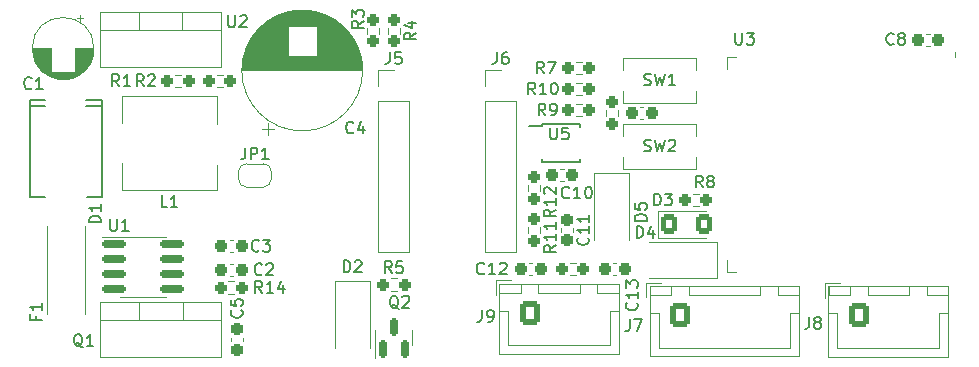
<source format=gto>
G04 #@! TF.GenerationSoftware,KiCad,Pcbnew,6.0.1-79c1e3a40b~116~ubuntu20.04.1*
G04 #@! TF.CreationDate,2022-01-24T19:15:43+00:00*
G04 #@! TF.ProjectId,batmon,6261746d-6f6e-42e6-9b69-6361645f7063,rev?*
G04 #@! TF.SameCoordinates,Original*
G04 #@! TF.FileFunction,Legend,Top*
G04 #@! TF.FilePolarity,Positive*
%FSLAX46Y46*%
G04 Gerber Fmt 4.6, Leading zero omitted, Abs format (unit mm)*
G04 Created by KiCad (PCBNEW 6.0.1-79c1e3a40b~116~ubuntu20.04.1) date 2022-01-24 19:15:43*
%MOMM*%
%LPD*%
G01*
G04 APERTURE LIST*
G04 Aperture macros list*
%AMRoundRect*
0 Rectangle with rounded corners*
0 $1 Rounding radius*
0 $2 $3 $4 $5 $6 $7 $8 $9 X,Y pos of 4 corners*
0 Add a 4 corners polygon primitive as box body*
4,1,4,$2,$3,$4,$5,$6,$7,$8,$9,$2,$3,0*
0 Add four circle primitives for the rounded corners*
1,1,$1+$1,$2,$3*
1,1,$1+$1,$4,$5*
1,1,$1+$1,$6,$7*
1,1,$1+$1,$8,$9*
0 Add four rect primitives between the rounded corners*
20,1,$1+$1,$2,$3,$4,$5,0*
20,1,$1+$1,$4,$5,$6,$7,0*
20,1,$1+$1,$6,$7,$8,$9,0*
20,1,$1+$1,$8,$9,$2,$3,0*%
%AMFreePoly0*
4,1,22,0.500000,-0.750000,0.000000,-0.750000,0.000000,-0.745033,-0.079941,-0.743568,-0.215256,-0.701293,-0.333266,-0.622738,-0.424486,-0.514219,-0.481581,-0.384460,-0.499164,-0.250000,-0.500000,-0.250000,-0.500000,0.250000,-0.499164,0.250000,-0.499963,0.256109,-0.478152,0.396186,-0.417904,0.524511,-0.324060,0.630769,-0.204165,0.706417,-0.067858,0.745374,0.000000,0.744959,0.000000,0.750000,
0.500000,0.750000,0.500000,-0.750000,0.500000,-0.750000,$1*%
%AMFreePoly1*
4,1,20,0.000000,0.744959,0.073905,0.744508,0.209726,0.703889,0.328688,0.626782,0.421226,0.519385,0.479903,0.390333,0.500000,0.250000,0.500000,-0.250000,0.499851,-0.262216,0.476331,-0.402017,0.414519,-0.529596,0.319384,-0.634700,0.198574,-0.708877,0.061801,-0.746166,0.000000,-0.745033,0.000000,-0.750000,-0.500000,-0.750000,-0.500000,0.750000,0.000000,0.750000,0.000000,0.744959,
0.000000,0.744959,$1*%
G04 Aperture macros list end*
%ADD10C,0.150000*%
%ADD11C,0.120000*%
%ADD12R,0.900000X2.000000*%
%ADD13R,2.000000X0.900000*%
%ADD14R,5.000000X5.000000*%
%ADD15RoundRect,0.237500X-0.250000X-0.237500X0.250000X-0.237500X0.250000X0.237500X-0.250000X0.237500X0*%
%ADD16RoundRect,0.237500X-0.237500X0.250000X-0.237500X-0.250000X0.237500X-0.250000X0.237500X0.250000X0*%
%ADD17RoundRect,0.237500X-0.300000X-0.237500X0.300000X-0.237500X0.300000X0.237500X-0.300000X0.237500X0*%
%ADD18RoundRect,0.250000X-0.600000X-0.725000X0.600000X-0.725000X0.600000X0.725000X-0.600000X0.725000X0*%
%ADD19O,1.700000X1.950000*%
%ADD20R,1.500000X2.700000*%
%ADD21RoundRect,0.150000X-0.825000X-0.150000X0.825000X-0.150000X0.825000X0.150000X-0.825000X0.150000X0*%
%ADD22R,1.700000X1.700000*%
%ADD23O,1.700000X1.700000*%
%ADD24R,2.700000X1.500000*%
%ADD25R,1.275000X1.800000*%
%ADD26O,1.275000X1.800000*%
%ADD27RoundRect,0.237500X-0.237500X0.300000X-0.237500X-0.300000X0.237500X-0.300000X0.237500X0.300000X0*%
%ADD28R,2.000000X2.000000*%
%ADD29C,2.000000*%
%ADD30RoundRect,0.237500X0.300000X0.237500X-0.300000X0.237500X-0.300000X-0.237500X0.300000X-0.237500X0*%
%ADD31C,6.400000*%
%ADD32R,1.800000X1.500000*%
%ADD33RoundRect,0.237500X0.237500X-0.250000X0.237500X0.250000X-0.237500X0.250000X-0.237500X-0.250000X0*%
%ADD34RoundRect,0.237500X0.237500X-0.300000X0.237500X0.300000X-0.237500X0.300000X-0.237500X-0.300000X0*%
%ADD35R,2.800000X3.000000*%
%ADD36R,1.100000X0.250000*%
%ADD37R,1.600000X1.600000*%
%ADD38C,1.600000*%
%ADD39R,3.000000X3.000000*%
%ADD40FreePoly0,0.000000*%
%ADD41FreePoly1,0.000000*%
%ADD42RoundRect,0.150000X0.150000X-0.587500X0.150000X0.587500X-0.150000X0.587500X-0.150000X-0.587500X0*%
%ADD43R,1.905000X2.000000*%
%ADD44O,1.905000X2.000000*%
%ADD45R,3.200000X3.500000*%
%ADD46RoundRect,0.237500X0.250000X0.237500X-0.250000X0.237500X-0.250000X-0.237500X0.250000X-0.237500X0*%
%ADD47RoundRect,0.250001X-0.462499X-0.624999X0.462499X-0.624999X0.462499X0.624999X-0.462499X0.624999X0*%
G04 APERTURE END LIST*
D10*
X232918095Y-103172380D02*
X232918095Y-103981904D01*
X232965714Y-104077142D01*
X233013333Y-104124761D01*
X233108571Y-104172380D01*
X233299047Y-104172380D01*
X233394285Y-104124761D01*
X233441904Y-104077142D01*
X233489523Y-103981904D01*
X233489523Y-103172380D01*
X233870476Y-103172380D02*
X234489523Y-103172380D01*
X234156190Y-103553333D01*
X234299047Y-103553333D01*
X234394285Y-103600952D01*
X234441904Y-103648571D01*
X234489523Y-103743809D01*
X234489523Y-103981904D01*
X234441904Y-104077142D01*
X234394285Y-104124761D01*
X234299047Y-104172380D01*
X234013333Y-104172380D01*
X233918095Y-104124761D01*
X233870476Y-104077142D01*
X180745833Y-107702380D02*
X180412500Y-107226190D01*
X180174404Y-107702380D02*
X180174404Y-106702380D01*
X180555357Y-106702380D01*
X180650595Y-106750000D01*
X180698214Y-106797619D01*
X180745833Y-106892857D01*
X180745833Y-107035714D01*
X180698214Y-107130952D01*
X180650595Y-107178571D01*
X180555357Y-107226190D01*
X180174404Y-107226190D01*
X181698214Y-107702380D02*
X181126785Y-107702380D01*
X181412500Y-107702380D02*
X181412500Y-106702380D01*
X181317261Y-106845238D01*
X181222023Y-106940476D01*
X181126785Y-106988095D01*
X201452380Y-102166666D02*
X200976190Y-102500000D01*
X201452380Y-102738095D02*
X200452380Y-102738095D01*
X200452380Y-102357142D01*
X200500000Y-102261904D01*
X200547619Y-102214285D01*
X200642857Y-102166666D01*
X200785714Y-102166666D01*
X200880952Y-102214285D01*
X200928571Y-102261904D01*
X200976190Y-102357142D01*
X200976190Y-102738095D01*
X200452380Y-101833333D02*
X200452380Y-101214285D01*
X200833333Y-101547619D01*
X200833333Y-101404761D01*
X200880952Y-101309523D01*
X200928571Y-101261904D01*
X201023809Y-101214285D01*
X201261904Y-101214285D01*
X201357142Y-101261904D01*
X201404761Y-101309523D01*
X201452380Y-101404761D01*
X201452380Y-101690476D01*
X201404761Y-101785714D01*
X201357142Y-101833333D01*
X246333333Y-104107142D02*
X246285714Y-104154761D01*
X246142857Y-104202380D01*
X246047619Y-104202380D01*
X245904761Y-104154761D01*
X245809523Y-104059523D01*
X245761904Y-103964285D01*
X245714285Y-103773809D01*
X245714285Y-103630952D01*
X245761904Y-103440476D01*
X245809523Y-103345238D01*
X245904761Y-103250000D01*
X246047619Y-103202380D01*
X246142857Y-103202380D01*
X246285714Y-103250000D01*
X246333333Y-103297619D01*
X246904761Y-103630952D02*
X246809523Y-103583333D01*
X246761904Y-103535714D01*
X246714285Y-103440476D01*
X246714285Y-103392857D01*
X246761904Y-103297619D01*
X246809523Y-103250000D01*
X246904761Y-103202380D01*
X247095238Y-103202380D01*
X247190476Y-103250000D01*
X247238095Y-103297619D01*
X247285714Y-103392857D01*
X247285714Y-103440476D01*
X247238095Y-103535714D01*
X247190476Y-103583333D01*
X247095238Y-103630952D01*
X246904761Y-103630952D01*
X246809523Y-103678571D01*
X246761904Y-103726190D01*
X246714285Y-103821428D01*
X246714285Y-104011904D01*
X246761904Y-104107142D01*
X246809523Y-104154761D01*
X246904761Y-104202380D01*
X247095238Y-104202380D01*
X247190476Y-104154761D01*
X247238095Y-104107142D01*
X247285714Y-104011904D01*
X247285714Y-103821428D01*
X247238095Y-103726190D01*
X247190476Y-103678571D01*
X247095238Y-103630952D01*
X211466666Y-126652380D02*
X211466666Y-127366666D01*
X211419047Y-127509523D01*
X211323809Y-127604761D01*
X211180952Y-127652380D01*
X211085714Y-127652380D01*
X211990476Y-127652380D02*
X212180952Y-127652380D01*
X212276190Y-127604761D01*
X212323809Y-127557142D01*
X212419047Y-127414285D01*
X212466666Y-127223809D01*
X212466666Y-126842857D01*
X212419047Y-126747619D01*
X212371428Y-126700000D01*
X212276190Y-126652380D01*
X212085714Y-126652380D01*
X211990476Y-126700000D01*
X211942857Y-126747619D01*
X211895238Y-126842857D01*
X211895238Y-127080952D01*
X211942857Y-127176190D01*
X211990476Y-127223809D01*
X212085714Y-127271428D01*
X212276190Y-127271428D01*
X212371428Y-127223809D01*
X212419047Y-127176190D01*
X212466666Y-127080952D01*
X216701333Y-106624380D02*
X216368000Y-106148190D01*
X216129904Y-106624380D02*
X216129904Y-105624380D01*
X216510857Y-105624380D01*
X216606095Y-105672000D01*
X216653714Y-105719619D01*
X216701333Y-105814857D01*
X216701333Y-105957714D01*
X216653714Y-106052952D01*
X216606095Y-106100571D01*
X216510857Y-106148190D01*
X216129904Y-106148190D01*
X217034666Y-105624380D02*
X217701333Y-105624380D01*
X217272761Y-106624380D01*
X224561904Y-120552380D02*
X224561904Y-119552380D01*
X224800000Y-119552380D01*
X224942857Y-119600000D01*
X225038095Y-119695238D01*
X225085714Y-119790476D01*
X225133333Y-119980952D01*
X225133333Y-120123809D01*
X225085714Y-120314285D01*
X225038095Y-120409523D01*
X224942857Y-120504761D01*
X224800000Y-120552380D01*
X224561904Y-120552380D01*
X225990476Y-119885714D02*
X225990476Y-120552380D01*
X225752380Y-119504761D02*
X225514285Y-120219047D01*
X226133333Y-120219047D01*
X179988095Y-118952380D02*
X179988095Y-119761904D01*
X180035714Y-119857142D01*
X180083333Y-119904761D01*
X180178571Y-119952380D01*
X180369047Y-119952380D01*
X180464285Y-119904761D01*
X180511904Y-119857142D01*
X180559523Y-119761904D01*
X180559523Y-118952380D01*
X181559523Y-119952380D02*
X180988095Y-119952380D01*
X181273809Y-119952380D02*
X181273809Y-118952380D01*
X181178571Y-119095238D01*
X181083333Y-119190476D01*
X180988095Y-119238095D01*
X212724666Y-104818380D02*
X212724666Y-105532666D01*
X212677047Y-105675523D01*
X212581809Y-105770761D01*
X212438952Y-105818380D01*
X212343714Y-105818380D01*
X213629428Y-104818380D02*
X213438952Y-104818380D01*
X213343714Y-104866000D01*
X213296095Y-104913619D01*
X213200857Y-105056476D01*
X213153238Y-105246952D01*
X213153238Y-105627904D01*
X213200857Y-105723142D01*
X213248476Y-105770761D01*
X213343714Y-105818380D01*
X213534190Y-105818380D01*
X213629428Y-105770761D01*
X213677047Y-105723142D01*
X213724666Y-105627904D01*
X213724666Y-105389809D01*
X213677047Y-105294571D01*
X213629428Y-105246952D01*
X213534190Y-105199333D01*
X213343714Y-105199333D01*
X213248476Y-105246952D01*
X213200857Y-105294571D01*
X213153238Y-105389809D01*
X225408380Y-119102095D02*
X224408380Y-119102095D01*
X224408380Y-118864000D01*
X224456000Y-118721142D01*
X224551238Y-118625904D01*
X224646476Y-118578285D01*
X224836952Y-118530666D01*
X224979809Y-118530666D01*
X225170285Y-118578285D01*
X225265523Y-118625904D01*
X225360761Y-118721142D01*
X225408380Y-118864000D01*
X225408380Y-119102095D01*
X224408380Y-117625904D02*
X224408380Y-118102095D01*
X224884571Y-118149714D01*
X224836952Y-118102095D01*
X224789333Y-118006857D01*
X224789333Y-117768761D01*
X224836952Y-117673523D01*
X224884571Y-117625904D01*
X224979809Y-117578285D01*
X225217904Y-117578285D01*
X225313142Y-117625904D01*
X225360761Y-117673523D01*
X225408380Y-117768761D01*
X225408380Y-118006857D01*
X225360761Y-118102095D01*
X225313142Y-118149714D01*
X189988095Y-101702380D02*
X189988095Y-102511904D01*
X190035714Y-102607142D01*
X190083333Y-102654761D01*
X190178571Y-102702380D01*
X190369047Y-102702380D01*
X190464285Y-102654761D01*
X190511904Y-102607142D01*
X190559523Y-102511904D01*
X190559523Y-101702380D01*
X190988095Y-101797619D02*
X191035714Y-101750000D01*
X191130952Y-101702380D01*
X191369047Y-101702380D01*
X191464285Y-101750000D01*
X191511904Y-101797619D01*
X191559523Y-101892857D01*
X191559523Y-101988095D01*
X191511904Y-102130952D01*
X190940476Y-102702380D01*
X191559523Y-102702380D01*
X220433142Y-120530857D02*
X220480761Y-120578476D01*
X220528380Y-120721333D01*
X220528380Y-120816571D01*
X220480761Y-120959428D01*
X220385523Y-121054666D01*
X220290285Y-121102285D01*
X220099809Y-121149904D01*
X219956952Y-121149904D01*
X219766476Y-121102285D01*
X219671238Y-121054666D01*
X219576000Y-120959428D01*
X219528380Y-120816571D01*
X219528380Y-120721333D01*
X219576000Y-120578476D01*
X219623619Y-120530857D01*
X220528380Y-119578476D02*
X220528380Y-120149904D01*
X220528380Y-119864190D02*
X219528380Y-119864190D01*
X219671238Y-119959428D01*
X219766476Y-120054666D01*
X219814095Y-120149904D01*
X220528380Y-118626095D02*
X220528380Y-119197523D01*
X220528380Y-118911809D02*
X219528380Y-118911809D01*
X219671238Y-119007047D01*
X219766476Y-119102285D01*
X219814095Y-119197523D01*
X200583333Y-111607142D02*
X200535714Y-111654761D01*
X200392857Y-111702380D01*
X200297619Y-111702380D01*
X200154761Y-111654761D01*
X200059523Y-111559523D01*
X200011904Y-111464285D01*
X199964285Y-111273809D01*
X199964285Y-111130952D01*
X200011904Y-110940476D01*
X200059523Y-110845238D01*
X200154761Y-110750000D01*
X200297619Y-110702380D01*
X200392857Y-110702380D01*
X200535714Y-110750000D01*
X200583333Y-110797619D01*
X201440476Y-111035714D02*
X201440476Y-111702380D01*
X201202380Y-110654761D02*
X200964285Y-111369047D01*
X201583333Y-111369047D01*
X217702380Y-118142857D02*
X217226190Y-118476190D01*
X217702380Y-118714285D02*
X216702380Y-118714285D01*
X216702380Y-118333333D01*
X216750000Y-118238095D01*
X216797619Y-118190476D01*
X216892857Y-118142857D01*
X217035714Y-118142857D01*
X217130952Y-118190476D01*
X217178571Y-118238095D01*
X217226190Y-118333333D01*
X217226190Y-118714285D01*
X217702380Y-117190476D02*
X217702380Y-117761904D01*
X217702380Y-117476190D02*
X216702380Y-117476190D01*
X216845238Y-117571428D01*
X216940476Y-117666666D01*
X216988095Y-117761904D01*
X216797619Y-116809523D02*
X216750000Y-116761904D01*
X216702380Y-116666666D01*
X216702380Y-116428571D01*
X216750000Y-116333333D01*
X216797619Y-116285714D01*
X216892857Y-116238095D01*
X216988095Y-116238095D01*
X217130952Y-116285714D01*
X217702380Y-116857142D01*
X217702380Y-116238095D01*
X192857142Y-125202380D02*
X192523809Y-124726190D01*
X192285714Y-125202380D02*
X192285714Y-124202380D01*
X192666666Y-124202380D01*
X192761904Y-124250000D01*
X192809523Y-124297619D01*
X192857142Y-124392857D01*
X192857142Y-124535714D01*
X192809523Y-124630952D01*
X192761904Y-124678571D01*
X192666666Y-124726190D01*
X192285714Y-124726190D01*
X193809523Y-125202380D02*
X193238095Y-125202380D01*
X193523809Y-125202380D02*
X193523809Y-124202380D01*
X193428571Y-124345238D01*
X193333333Y-124440476D01*
X193238095Y-124488095D01*
X194666666Y-124535714D02*
X194666666Y-125202380D01*
X194428571Y-124154761D02*
X194190476Y-124869047D01*
X194809523Y-124869047D01*
X218857142Y-117107142D02*
X218809523Y-117154761D01*
X218666666Y-117202380D01*
X218571428Y-117202380D01*
X218428571Y-117154761D01*
X218333333Y-117059523D01*
X218285714Y-116964285D01*
X218238095Y-116773809D01*
X218238095Y-116630952D01*
X218285714Y-116440476D01*
X218333333Y-116345238D01*
X218428571Y-116250000D01*
X218571428Y-116202380D01*
X218666666Y-116202380D01*
X218809523Y-116250000D01*
X218857142Y-116297619D01*
X219809523Y-117202380D02*
X219238095Y-117202380D01*
X219523809Y-117202380D02*
X219523809Y-116202380D01*
X219428571Y-116345238D01*
X219333333Y-116440476D01*
X219238095Y-116488095D01*
X220428571Y-116202380D02*
X220523809Y-116202380D01*
X220619047Y-116250000D01*
X220666666Y-116297619D01*
X220714285Y-116392857D01*
X220761904Y-116583333D01*
X220761904Y-116821428D01*
X220714285Y-117011904D01*
X220666666Y-117107142D01*
X220619047Y-117154761D01*
X220523809Y-117202380D01*
X220428571Y-117202380D01*
X220333333Y-117154761D01*
X220285714Y-117107142D01*
X220238095Y-117011904D01*
X220190476Y-116821428D01*
X220190476Y-116583333D01*
X220238095Y-116392857D01*
X220285714Y-116297619D01*
X220333333Y-116250000D01*
X220428571Y-116202380D01*
X225186666Y-107592761D02*
X225329523Y-107640380D01*
X225567619Y-107640380D01*
X225662857Y-107592761D01*
X225710476Y-107545142D01*
X225758095Y-107449904D01*
X225758095Y-107354666D01*
X225710476Y-107259428D01*
X225662857Y-107211809D01*
X225567619Y-107164190D01*
X225377142Y-107116571D01*
X225281904Y-107068952D01*
X225234285Y-107021333D01*
X225186666Y-106926095D01*
X225186666Y-106830857D01*
X225234285Y-106735619D01*
X225281904Y-106688000D01*
X225377142Y-106640380D01*
X225615238Y-106640380D01*
X225758095Y-106688000D01*
X226091428Y-106640380D02*
X226329523Y-107640380D01*
X226520000Y-106926095D01*
X226710476Y-107640380D01*
X226948571Y-106640380D01*
X227853333Y-107640380D02*
X227281904Y-107640380D01*
X227567619Y-107640380D02*
X227567619Y-106640380D01*
X227472380Y-106783238D01*
X227377142Y-106878476D01*
X227281904Y-106926095D01*
X191107142Y-126666666D02*
X191154761Y-126714285D01*
X191202380Y-126857142D01*
X191202380Y-126952380D01*
X191154761Y-127095238D01*
X191059523Y-127190476D01*
X190964285Y-127238095D01*
X190773809Y-127285714D01*
X190630952Y-127285714D01*
X190440476Y-127238095D01*
X190345238Y-127190476D01*
X190250000Y-127095238D01*
X190202380Y-126952380D01*
X190202380Y-126857142D01*
X190250000Y-126714285D01*
X190297619Y-126666666D01*
X190202380Y-125761904D02*
X190202380Y-126238095D01*
X190678571Y-126285714D01*
X190630952Y-126238095D01*
X190583333Y-126142857D01*
X190583333Y-125904761D01*
X190630952Y-125809523D01*
X190678571Y-125761904D01*
X190773809Y-125714285D01*
X191011904Y-125714285D01*
X191107142Y-125761904D01*
X191154761Y-125809523D01*
X191202380Y-125904761D01*
X191202380Y-126142857D01*
X191154761Y-126238095D01*
X191107142Y-126285714D01*
X173678571Y-127133333D02*
X173678571Y-127466666D01*
X174202380Y-127466666D02*
X173202380Y-127466666D01*
X173202380Y-126990476D01*
X174202380Y-126085714D02*
X174202380Y-126657142D01*
X174202380Y-126371428D02*
X173202380Y-126371428D01*
X173345238Y-126466666D01*
X173440476Y-126561904D01*
X173488095Y-126657142D01*
X203666666Y-104818380D02*
X203666666Y-105532666D01*
X203619047Y-105675523D01*
X203523809Y-105770761D01*
X203380952Y-105818380D01*
X203285714Y-105818380D01*
X204619047Y-104818380D02*
X204142857Y-104818380D01*
X204095238Y-105294571D01*
X204142857Y-105246952D01*
X204238095Y-105199333D01*
X204476190Y-105199333D01*
X204571428Y-105246952D01*
X204619047Y-105294571D01*
X204666666Y-105389809D01*
X204666666Y-105627904D01*
X204619047Y-105723142D01*
X204571428Y-105770761D01*
X204476190Y-105818380D01*
X204238095Y-105818380D01*
X204142857Y-105770761D01*
X204095238Y-105723142D01*
X217238095Y-111202380D02*
X217238095Y-112011904D01*
X217285714Y-112107142D01*
X217333333Y-112154761D01*
X217428571Y-112202380D01*
X217619047Y-112202380D01*
X217714285Y-112154761D01*
X217761904Y-112107142D01*
X217809523Y-112011904D01*
X217809523Y-111202380D01*
X218761904Y-111202380D02*
X218285714Y-111202380D01*
X218238095Y-111678571D01*
X218285714Y-111630952D01*
X218380952Y-111583333D01*
X218619047Y-111583333D01*
X218714285Y-111630952D01*
X218761904Y-111678571D01*
X218809523Y-111773809D01*
X218809523Y-112011904D01*
X218761904Y-112107142D01*
X218714285Y-112154761D01*
X218619047Y-112202380D01*
X218380952Y-112202380D01*
X218285714Y-112154761D01*
X218238095Y-112107142D01*
X225186666Y-113180761D02*
X225329523Y-113228380D01*
X225567619Y-113228380D01*
X225662857Y-113180761D01*
X225710476Y-113133142D01*
X225758095Y-113037904D01*
X225758095Y-112942666D01*
X225710476Y-112847428D01*
X225662857Y-112799809D01*
X225567619Y-112752190D01*
X225377142Y-112704571D01*
X225281904Y-112656952D01*
X225234285Y-112609333D01*
X225186666Y-112514095D01*
X225186666Y-112418857D01*
X225234285Y-112323619D01*
X225281904Y-112276000D01*
X225377142Y-112228380D01*
X225615238Y-112228380D01*
X225758095Y-112276000D01*
X226091428Y-112228380D02*
X226329523Y-113228380D01*
X226520000Y-112514095D01*
X226710476Y-113228380D01*
X226948571Y-112228380D01*
X227281904Y-112323619D02*
X227329523Y-112276000D01*
X227424761Y-112228380D01*
X227662857Y-112228380D01*
X227758095Y-112276000D01*
X227805714Y-112323619D01*
X227853333Y-112418857D01*
X227853333Y-112514095D01*
X227805714Y-112656952D01*
X227234285Y-113228380D01*
X227853333Y-113228380D01*
X173333333Y-107857142D02*
X173285714Y-107904761D01*
X173142857Y-107952380D01*
X173047619Y-107952380D01*
X172904761Y-107904761D01*
X172809523Y-107809523D01*
X172761904Y-107714285D01*
X172714285Y-107523809D01*
X172714285Y-107380952D01*
X172761904Y-107190476D01*
X172809523Y-107095238D01*
X172904761Y-107000000D01*
X173047619Y-106952380D01*
X173142857Y-106952380D01*
X173285714Y-107000000D01*
X173333333Y-107047619D01*
X174285714Y-107952380D02*
X173714285Y-107952380D01*
X174000000Y-107952380D02*
X174000000Y-106952380D01*
X173904761Y-107095238D01*
X173809523Y-107190476D01*
X173714285Y-107238095D01*
X223966666Y-127452380D02*
X223966666Y-128166666D01*
X223919047Y-128309523D01*
X223823809Y-128404761D01*
X223680952Y-128452380D01*
X223585714Y-128452380D01*
X224347619Y-127452380D02*
X225014285Y-127452380D01*
X224585714Y-128452380D01*
X192583333Y-121607142D02*
X192535714Y-121654761D01*
X192392857Y-121702380D01*
X192297619Y-121702380D01*
X192154761Y-121654761D01*
X192059523Y-121559523D01*
X192011904Y-121464285D01*
X191964285Y-121273809D01*
X191964285Y-121130952D01*
X192011904Y-120940476D01*
X192059523Y-120845238D01*
X192154761Y-120750000D01*
X192297619Y-120702380D01*
X192392857Y-120702380D01*
X192535714Y-120750000D01*
X192583333Y-120797619D01*
X192916666Y-120702380D02*
X193535714Y-120702380D01*
X193202380Y-121083333D01*
X193345238Y-121083333D01*
X193440476Y-121130952D01*
X193488095Y-121178571D01*
X193535714Y-121273809D01*
X193535714Y-121511904D01*
X193488095Y-121607142D01*
X193440476Y-121654761D01*
X193345238Y-121702380D01*
X193059523Y-121702380D01*
X192964285Y-121654761D01*
X192916666Y-121607142D01*
X205882380Y-103166666D02*
X205406190Y-103500000D01*
X205882380Y-103738095D02*
X204882380Y-103738095D01*
X204882380Y-103357142D01*
X204930000Y-103261904D01*
X204977619Y-103214285D01*
X205072857Y-103166666D01*
X205215714Y-103166666D01*
X205310952Y-103214285D01*
X205358571Y-103261904D01*
X205406190Y-103357142D01*
X205406190Y-103738095D01*
X205215714Y-102309523D02*
X205882380Y-102309523D01*
X204834761Y-102547619D02*
X205549047Y-102785714D01*
X205549047Y-102166666D01*
X182833333Y-107702380D02*
X182500000Y-107226190D01*
X182261904Y-107702380D02*
X182261904Y-106702380D01*
X182642857Y-106702380D01*
X182738095Y-106750000D01*
X182785714Y-106797619D01*
X182833333Y-106892857D01*
X182833333Y-107035714D01*
X182785714Y-107130952D01*
X182738095Y-107178571D01*
X182642857Y-107226190D01*
X182261904Y-107226190D01*
X183214285Y-106797619D02*
X183261904Y-106750000D01*
X183357142Y-106702380D01*
X183595238Y-106702380D01*
X183690476Y-106750000D01*
X183738095Y-106797619D01*
X183785714Y-106892857D01*
X183785714Y-106988095D01*
X183738095Y-107130952D01*
X183166666Y-107702380D01*
X183785714Y-107702380D01*
X217702380Y-121142857D02*
X217226190Y-121476190D01*
X217702380Y-121714285D02*
X216702380Y-121714285D01*
X216702380Y-121333333D01*
X216750000Y-121238095D01*
X216797619Y-121190476D01*
X216892857Y-121142857D01*
X217035714Y-121142857D01*
X217130952Y-121190476D01*
X217178571Y-121238095D01*
X217226190Y-121333333D01*
X217226190Y-121714285D01*
X217702380Y-120190476D02*
X217702380Y-120761904D01*
X217702380Y-120476190D02*
X216702380Y-120476190D01*
X216845238Y-120571428D01*
X216940476Y-120666666D01*
X216988095Y-120761904D01*
X217702380Y-119238095D02*
X217702380Y-119809523D01*
X217702380Y-119523809D02*
X216702380Y-119523809D01*
X216845238Y-119619047D01*
X216940476Y-119714285D01*
X216988095Y-119809523D01*
X184833333Y-117952380D02*
X184357142Y-117952380D01*
X184357142Y-116952380D01*
X185690476Y-117952380D02*
X185119047Y-117952380D01*
X185404761Y-117952380D02*
X185404761Y-116952380D01*
X185309523Y-117095238D01*
X185214285Y-117190476D01*
X185119047Y-117238095D01*
X191416666Y-112902380D02*
X191416666Y-113616666D01*
X191369047Y-113759523D01*
X191273809Y-113854761D01*
X191130952Y-113902380D01*
X191035714Y-113902380D01*
X191892857Y-113902380D02*
X191892857Y-112902380D01*
X192273809Y-112902380D01*
X192369047Y-112950000D01*
X192416666Y-112997619D01*
X192464285Y-113092857D01*
X192464285Y-113235714D01*
X192416666Y-113330952D01*
X192369047Y-113378571D01*
X192273809Y-113426190D01*
X191892857Y-113426190D01*
X193416666Y-113902380D02*
X192845238Y-113902380D01*
X193130952Y-113902380D02*
X193130952Y-112902380D01*
X193035714Y-113045238D01*
X192940476Y-113140476D01*
X192845238Y-113188095D01*
X215971142Y-108402380D02*
X215637809Y-107926190D01*
X215399714Y-108402380D02*
X215399714Y-107402380D01*
X215780666Y-107402380D01*
X215875904Y-107450000D01*
X215923523Y-107497619D01*
X215971142Y-107592857D01*
X215971142Y-107735714D01*
X215923523Y-107830952D01*
X215875904Y-107878571D01*
X215780666Y-107926190D01*
X215399714Y-107926190D01*
X216923523Y-108402380D02*
X216352095Y-108402380D01*
X216637809Y-108402380D02*
X216637809Y-107402380D01*
X216542571Y-107545238D01*
X216447333Y-107640476D01*
X216352095Y-107688095D01*
X217542571Y-107402380D02*
X217637809Y-107402380D01*
X217733047Y-107450000D01*
X217780666Y-107497619D01*
X217828285Y-107592857D01*
X217875904Y-107783333D01*
X217875904Y-108021428D01*
X217828285Y-108211904D01*
X217780666Y-108307142D01*
X217733047Y-108354761D01*
X217637809Y-108402380D01*
X217542571Y-108402380D01*
X217447333Y-108354761D01*
X217399714Y-108307142D01*
X217352095Y-108211904D01*
X217304476Y-108021428D01*
X217304476Y-107783333D01*
X217352095Y-107592857D01*
X217399714Y-107497619D01*
X217447333Y-107450000D01*
X217542571Y-107402380D01*
X204404761Y-126547619D02*
X204309523Y-126500000D01*
X204214285Y-126404761D01*
X204071428Y-126261904D01*
X203976190Y-126214285D01*
X203880952Y-126214285D01*
X203928571Y-126452380D02*
X203833333Y-126404761D01*
X203738095Y-126309523D01*
X203690476Y-126119047D01*
X203690476Y-125785714D01*
X203738095Y-125595238D01*
X203833333Y-125500000D01*
X203928571Y-125452380D01*
X204119047Y-125452380D01*
X204214285Y-125500000D01*
X204309523Y-125595238D01*
X204357142Y-125785714D01*
X204357142Y-126119047D01*
X204309523Y-126309523D01*
X204214285Y-126404761D01*
X204119047Y-126452380D01*
X203928571Y-126452380D01*
X204738095Y-125547619D02*
X204785714Y-125500000D01*
X204880952Y-125452380D01*
X205119047Y-125452380D01*
X205214285Y-125500000D01*
X205261904Y-125547619D01*
X205309523Y-125642857D01*
X205309523Y-125738095D01*
X205261904Y-125880952D01*
X204690476Y-126452380D01*
X205309523Y-126452380D01*
X203833333Y-123522380D02*
X203500000Y-123046190D01*
X203261904Y-123522380D02*
X203261904Y-122522380D01*
X203642857Y-122522380D01*
X203738095Y-122570000D01*
X203785714Y-122617619D01*
X203833333Y-122712857D01*
X203833333Y-122855714D01*
X203785714Y-122950952D01*
X203738095Y-122998571D01*
X203642857Y-123046190D01*
X203261904Y-123046190D01*
X204738095Y-122522380D02*
X204261904Y-122522380D01*
X204214285Y-122998571D01*
X204261904Y-122950952D01*
X204357142Y-122903333D01*
X204595238Y-122903333D01*
X204690476Y-122950952D01*
X204738095Y-122998571D01*
X204785714Y-123093809D01*
X204785714Y-123331904D01*
X204738095Y-123427142D01*
X204690476Y-123474761D01*
X204595238Y-123522380D01*
X204357142Y-123522380D01*
X204261904Y-123474761D01*
X204214285Y-123427142D01*
X177654761Y-129797619D02*
X177559523Y-129750000D01*
X177464285Y-129654761D01*
X177321428Y-129511904D01*
X177226190Y-129464285D01*
X177130952Y-129464285D01*
X177178571Y-129702380D02*
X177083333Y-129654761D01*
X176988095Y-129559523D01*
X176940476Y-129369047D01*
X176940476Y-129035714D01*
X176988095Y-128845238D01*
X177083333Y-128750000D01*
X177178571Y-128702380D01*
X177369047Y-128702380D01*
X177464285Y-128750000D01*
X177559523Y-128845238D01*
X177607142Y-129035714D01*
X177607142Y-129369047D01*
X177559523Y-129559523D01*
X177464285Y-129654761D01*
X177369047Y-129702380D01*
X177178571Y-129702380D01*
X178559523Y-129702380D02*
X177988095Y-129702380D01*
X178273809Y-129702380D02*
X178273809Y-128702380D01*
X178178571Y-128845238D01*
X178083333Y-128940476D01*
X177988095Y-128988095D01*
X179202380Y-119238095D02*
X178202380Y-119238095D01*
X178202380Y-119000000D01*
X178250000Y-118857142D01*
X178345238Y-118761904D01*
X178440476Y-118714285D01*
X178630952Y-118666666D01*
X178773809Y-118666666D01*
X178964285Y-118714285D01*
X179059523Y-118761904D01*
X179154761Y-118857142D01*
X179202380Y-119000000D01*
X179202380Y-119238095D01*
X179202380Y-117714285D02*
X179202380Y-118285714D01*
X179202380Y-118000000D02*
X178202380Y-118000000D01*
X178345238Y-118095238D01*
X178440476Y-118190476D01*
X178488095Y-118285714D01*
X216833333Y-110179656D02*
X216500000Y-109703466D01*
X216261904Y-110179656D02*
X216261904Y-109179656D01*
X216642857Y-109179656D01*
X216738095Y-109227276D01*
X216785714Y-109274895D01*
X216833333Y-109370133D01*
X216833333Y-109512990D01*
X216785714Y-109608228D01*
X216738095Y-109655847D01*
X216642857Y-109703466D01*
X216261904Y-109703466D01*
X217309523Y-110179656D02*
X217500000Y-110179656D01*
X217595238Y-110132037D01*
X217642857Y-110084418D01*
X217738095Y-109941561D01*
X217785714Y-109751085D01*
X217785714Y-109370133D01*
X217738095Y-109274895D01*
X217690476Y-109227276D01*
X217595238Y-109179656D01*
X217404761Y-109179656D01*
X217309523Y-109227276D01*
X217261904Y-109274895D01*
X217214285Y-109370133D01*
X217214285Y-109608228D01*
X217261904Y-109703466D01*
X217309523Y-109751085D01*
X217404761Y-109798704D01*
X217595238Y-109798704D01*
X217690476Y-109751085D01*
X217738095Y-109703466D01*
X217785714Y-109608228D01*
X192833333Y-123607142D02*
X192785714Y-123654761D01*
X192642857Y-123702380D01*
X192547619Y-123702380D01*
X192404761Y-123654761D01*
X192309523Y-123559523D01*
X192261904Y-123464285D01*
X192214285Y-123273809D01*
X192214285Y-123130952D01*
X192261904Y-122940476D01*
X192309523Y-122845238D01*
X192404761Y-122750000D01*
X192547619Y-122702380D01*
X192642857Y-122702380D01*
X192785714Y-122750000D01*
X192833333Y-122797619D01*
X193214285Y-122797619D02*
X193261904Y-122750000D01*
X193357142Y-122702380D01*
X193595238Y-122702380D01*
X193690476Y-122750000D01*
X193738095Y-122797619D01*
X193785714Y-122892857D01*
X193785714Y-122988095D01*
X193738095Y-123130952D01*
X193166666Y-123702380D01*
X193785714Y-123702380D01*
X224557142Y-126042857D02*
X224604761Y-126090476D01*
X224652380Y-126233333D01*
X224652380Y-126328571D01*
X224604761Y-126471428D01*
X224509523Y-126566666D01*
X224414285Y-126614285D01*
X224223809Y-126661904D01*
X224080952Y-126661904D01*
X223890476Y-126614285D01*
X223795238Y-126566666D01*
X223700000Y-126471428D01*
X223652380Y-126328571D01*
X223652380Y-126233333D01*
X223700000Y-126090476D01*
X223747619Y-126042857D01*
X224652380Y-125090476D02*
X224652380Y-125661904D01*
X224652380Y-125376190D02*
X223652380Y-125376190D01*
X223795238Y-125471428D01*
X223890476Y-125566666D01*
X223938095Y-125661904D01*
X223652380Y-124757142D02*
X223652380Y-124138095D01*
X224033333Y-124471428D01*
X224033333Y-124328571D01*
X224080952Y-124233333D01*
X224128571Y-124185714D01*
X224223809Y-124138095D01*
X224461904Y-124138095D01*
X224557142Y-124185714D01*
X224604761Y-124233333D01*
X224652380Y-124328571D01*
X224652380Y-124614285D01*
X224604761Y-124709523D01*
X224557142Y-124757142D01*
X199761904Y-123452380D02*
X199761904Y-122452380D01*
X200000000Y-122452380D01*
X200142857Y-122500000D01*
X200238095Y-122595238D01*
X200285714Y-122690476D01*
X200333333Y-122880952D01*
X200333333Y-123023809D01*
X200285714Y-123214285D01*
X200238095Y-123309523D01*
X200142857Y-123404761D01*
X200000000Y-123452380D01*
X199761904Y-123452380D01*
X200714285Y-122547619D02*
X200761904Y-122500000D01*
X200857142Y-122452380D01*
X201095238Y-122452380D01*
X201190476Y-122500000D01*
X201238095Y-122547619D01*
X201285714Y-122642857D01*
X201285714Y-122738095D01*
X201238095Y-122880952D01*
X200666666Y-123452380D01*
X201285714Y-123452380D01*
X239166666Y-127252380D02*
X239166666Y-127966666D01*
X239119047Y-128109523D01*
X239023809Y-128204761D01*
X238880952Y-128252380D01*
X238785714Y-128252380D01*
X239785714Y-127680952D02*
X239690476Y-127633333D01*
X239642857Y-127585714D01*
X239595238Y-127490476D01*
X239595238Y-127442857D01*
X239642857Y-127347619D01*
X239690476Y-127300000D01*
X239785714Y-127252380D01*
X239976190Y-127252380D01*
X240071428Y-127300000D01*
X240119047Y-127347619D01*
X240166666Y-127442857D01*
X240166666Y-127490476D01*
X240119047Y-127585714D01*
X240071428Y-127633333D01*
X239976190Y-127680952D01*
X239785714Y-127680952D01*
X239690476Y-127728571D01*
X239642857Y-127776190D01*
X239595238Y-127871428D01*
X239595238Y-128061904D01*
X239642857Y-128157142D01*
X239690476Y-128204761D01*
X239785714Y-128252380D01*
X239976190Y-128252380D01*
X240071428Y-128204761D01*
X240119047Y-128157142D01*
X240166666Y-128061904D01*
X240166666Y-127871428D01*
X240119047Y-127776190D01*
X240071428Y-127728571D01*
X239976190Y-127680952D01*
X211653142Y-123547142D02*
X211605523Y-123594761D01*
X211462666Y-123642380D01*
X211367428Y-123642380D01*
X211224571Y-123594761D01*
X211129333Y-123499523D01*
X211081714Y-123404285D01*
X211034095Y-123213809D01*
X211034095Y-123070952D01*
X211081714Y-122880476D01*
X211129333Y-122785238D01*
X211224571Y-122690000D01*
X211367428Y-122642380D01*
X211462666Y-122642380D01*
X211605523Y-122690000D01*
X211653142Y-122737619D01*
X212605523Y-123642380D02*
X212034095Y-123642380D01*
X212319809Y-123642380D02*
X212319809Y-122642380D01*
X212224571Y-122785238D01*
X212129333Y-122880476D01*
X212034095Y-122928095D01*
X212986476Y-122737619D02*
X213034095Y-122690000D01*
X213129333Y-122642380D01*
X213367428Y-122642380D01*
X213462666Y-122690000D01*
X213510285Y-122737619D01*
X213557904Y-122832857D01*
X213557904Y-122928095D01*
X213510285Y-123070952D01*
X212938857Y-123642380D01*
X213557904Y-123642380D01*
X230163333Y-116276380D02*
X229830000Y-115800190D01*
X229591904Y-116276380D02*
X229591904Y-115276380D01*
X229972857Y-115276380D01*
X230068095Y-115324000D01*
X230115714Y-115371619D01*
X230163333Y-115466857D01*
X230163333Y-115609714D01*
X230115714Y-115704952D01*
X230068095Y-115752571D01*
X229972857Y-115800190D01*
X229591904Y-115800190D01*
X230734761Y-115704952D02*
X230639523Y-115657333D01*
X230591904Y-115609714D01*
X230544285Y-115514476D01*
X230544285Y-115466857D01*
X230591904Y-115371619D01*
X230639523Y-115324000D01*
X230734761Y-115276380D01*
X230925238Y-115276380D01*
X231020476Y-115324000D01*
X231068095Y-115371619D01*
X231115714Y-115466857D01*
X231115714Y-115514476D01*
X231068095Y-115609714D01*
X231020476Y-115657333D01*
X230925238Y-115704952D01*
X230734761Y-115704952D01*
X230639523Y-115752571D01*
X230591904Y-115800190D01*
X230544285Y-115895428D01*
X230544285Y-116085904D01*
X230591904Y-116181142D01*
X230639523Y-116228761D01*
X230734761Y-116276380D01*
X230925238Y-116276380D01*
X231020476Y-116228761D01*
X231068095Y-116181142D01*
X231115714Y-116085904D01*
X231115714Y-115895428D01*
X231068095Y-115800190D01*
X231020476Y-115752571D01*
X230925238Y-115704952D01*
X226035904Y-117800380D02*
X226035904Y-116800380D01*
X226274000Y-116800380D01*
X226416857Y-116848000D01*
X226512095Y-116943238D01*
X226559714Y-117038476D01*
X226607333Y-117228952D01*
X226607333Y-117371809D01*
X226559714Y-117562285D01*
X226512095Y-117657523D01*
X226416857Y-117752761D01*
X226274000Y-117800380D01*
X226035904Y-117800380D01*
X226940666Y-116800380D02*
X227559714Y-116800380D01*
X227226380Y-117181333D01*
X227369238Y-117181333D01*
X227464476Y-117228952D01*
X227512095Y-117276571D01*
X227559714Y-117371809D01*
X227559714Y-117609904D01*
X227512095Y-117705142D01*
X227464476Y-117752761D01*
X227369238Y-117800380D01*
X227083523Y-117800380D01*
X226988285Y-117752761D01*
X226940666Y-117705142D01*
D11*
X233010000Y-123450000D02*
X232230000Y-123450000D01*
X233010000Y-105210000D02*
X232230000Y-105210000D01*
X232230000Y-105210000D02*
X232230000Y-106210000D01*
X251555000Y-105210000D02*
X251555000Y-104830000D01*
X232230000Y-123450000D02*
X232230000Y-122450000D01*
X185495276Y-107772500D02*
X186004724Y-107772500D01*
X185495276Y-106727500D02*
X186004724Y-106727500D01*
X202772500Y-102745276D02*
X202772500Y-103254724D01*
X201727500Y-102745276D02*
X201727500Y-103254724D01*
X249103733Y-104260000D02*
X249396267Y-104260000D01*
X249103733Y-103240000D02*
X249396267Y-103240000D01*
X221250000Y-124450000D02*
X221250000Y-125200000D01*
X223050000Y-124450000D02*
X221250000Y-124450000D01*
X219750000Y-124450000D02*
X216250000Y-124450000D01*
X223060000Y-130410000D02*
X223060000Y-124440000D01*
X213700000Y-129650000D02*
X218000000Y-129650000D01*
X212950000Y-125200000D02*
X214750000Y-125200000D01*
X213700000Y-126700000D02*
X213700000Y-129650000D01*
X212940000Y-130410000D02*
X223060000Y-130410000D01*
X219750000Y-125200000D02*
X219750000Y-124450000D01*
X213900000Y-124150000D02*
X212650000Y-124150000D01*
X223060000Y-124440000D02*
X212940000Y-124440000D01*
X223050000Y-126700000D02*
X222300000Y-126700000D01*
X212650000Y-124150000D02*
X212650000Y-125400000D01*
X214750000Y-124450000D02*
X212950000Y-124450000D01*
X222300000Y-129650000D02*
X218000000Y-129650000D01*
X223050000Y-125200000D02*
X223050000Y-124450000D01*
X221250000Y-125200000D02*
X223050000Y-125200000D01*
X212950000Y-124450000D02*
X212950000Y-125200000D01*
X214750000Y-125200000D02*
X214750000Y-124450000D01*
X212940000Y-124440000D02*
X212940000Y-130410000D01*
X216250000Y-125200000D02*
X219750000Y-125200000D01*
X222300000Y-126700000D02*
X222300000Y-129650000D01*
X212950000Y-126700000D02*
X213700000Y-126700000D01*
X216250000Y-124450000D02*
X216250000Y-125200000D01*
X219407276Y-105649500D02*
X219916724Y-105649500D01*
X219407276Y-106694500D02*
X219916724Y-106694500D01*
X231344000Y-123928000D02*
X231344000Y-120928000D01*
X231344000Y-120928000D02*
X225644000Y-120928000D01*
X225644000Y-123928000D02*
X231344000Y-123928000D01*
X182750000Y-120440000D02*
X179300000Y-120440000D01*
X182750000Y-125560000D02*
X180800000Y-125560000D01*
X182750000Y-120440000D02*
X184700000Y-120440000D01*
X182750000Y-125560000D02*
X184700000Y-125560000D01*
X211728000Y-108966000D02*
X211728000Y-121726000D01*
X211728000Y-106366000D02*
X213058000Y-106366000D01*
X214388000Y-108966000D02*
X214388000Y-121726000D01*
X211728000Y-107696000D02*
X211728000Y-106366000D01*
X211728000Y-121726000D02*
X214388000Y-121726000D01*
X211728000Y-108966000D02*
X214388000Y-108966000D01*
X220956000Y-115064000D02*
X220956000Y-120764000D01*
X223956000Y-120764000D02*
X223956000Y-115064000D01*
X223956000Y-115064000D02*
X220956000Y-115064000D01*
X186100000Y-101425000D02*
X186100000Y-102935000D01*
X179129000Y-101425000D02*
X189370000Y-101425000D01*
X182400000Y-101425000D02*
X182400000Y-102935000D01*
X179129000Y-101425000D02*
X179129000Y-106066000D01*
X189370000Y-101425000D02*
X189370000Y-106066000D01*
X179129000Y-106066000D02*
X189370000Y-106066000D01*
X179129000Y-102935000D02*
X189370000Y-102935000D01*
X218136000Y-119741733D02*
X218136000Y-120034267D01*
X219156000Y-119741733D02*
X219156000Y-120034267D01*
X191177000Y-106087677D02*
X201323000Y-106087677D01*
X193361000Y-102166677D02*
X199139000Y-102166677D01*
X197491000Y-103366677D02*
X200360000Y-103366677D01*
X191527000Y-104486677D02*
X195009000Y-104486677D01*
X192056000Y-103486677D02*
X195009000Y-103486677D01*
X191666000Y-104166677D02*
X195009000Y-104166677D01*
X192858000Y-102566677D02*
X199642000Y-102566677D01*
X193375000Y-111847323D02*
X193375000Y-110847323D01*
X191200000Y-105807677D02*
X201300000Y-105807677D01*
X193811000Y-101886677D02*
X198689000Y-101886677D01*
X192426000Y-103006677D02*
X195009000Y-103006677D01*
X193144000Y-102326677D02*
X199356000Y-102326677D01*
X195188000Y-101366677D02*
X197312000Y-101366677D01*
X197491000Y-104566677D02*
X201004000Y-104566677D01*
X192497000Y-102926677D02*
X195009000Y-102926677D01*
X194306000Y-101646677D02*
X198194000Y-101646677D01*
X191196000Y-105847677D02*
X201304000Y-105847677D01*
X197491000Y-102646677D02*
X199728000Y-102646677D01*
X192875000Y-111347323D02*
X193875000Y-111347323D01*
X191855000Y-103806677D02*
X195009000Y-103806677D01*
X197491000Y-102886677D02*
X199966000Y-102886677D01*
X191294000Y-105246677D02*
X201206000Y-105246677D01*
X193196000Y-102286677D02*
X199304000Y-102286677D01*
X191482000Y-104606677D02*
X195009000Y-104606677D01*
X191725000Y-104046677D02*
X195009000Y-104046677D01*
X191788000Y-103926677D02*
X195009000Y-103926677D01*
X191210000Y-105727677D02*
X201290000Y-105727677D01*
X193420000Y-102126677D02*
X199080000Y-102126677D01*
X197491000Y-103686677D02*
X200573000Y-103686677D01*
X197491000Y-103406677D02*
X200388000Y-103406677D01*
X194213000Y-101686677D02*
X198287000Y-101686677D01*
X191496000Y-104566677D02*
X195009000Y-104566677D01*
X192230000Y-103246677D02*
X195009000Y-103246677D01*
X197491000Y-104006677D02*
X200754000Y-104006677D01*
X197491000Y-104886677D02*
X201112000Y-104886677D01*
X191172000Y-106207677D02*
X201328000Y-106207677D01*
X197491000Y-103606677D02*
X200523000Y-103606677D01*
X197491000Y-102846677D02*
X199929000Y-102846677D01*
X194404000Y-101606677D02*
X198096000Y-101606677D01*
X197491000Y-103246677D02*
X200270000Y-103246677D01*
X194508000Y-101566677D02*
X197992000Y-101566677D01*
X191246000Y-105486677D02*
X201254000Y-105486677D01*
X191285000Y-105286677D02*
X201215000Y-105286677D01*
X197491000Y-103766677D02*
X200621000Y-103766677D01*
X194872000Y-101446677D02*
X197628000Y-101446677D01*
X197491000Y-104366677D02*
X200924000Y-104366677D01*
X192534000Y-102886677D02*
X195009000Y-102886677D01*
X191593000Y-104326677D02*
X195009000Y-104326677D01*
X192170000Y-103326677D02*
X195009000Y-103326677D01*
X197491000Y-104686677D02*
X201047000Y-104686677D01*
X193094000Y-102366677D02*
X199406000Y-102366677D01*
X191180000Y-106047677D02*
X201320000Y-106047677D01*
X192996000Y-102446677D02*
X199504000Y-102446677D01*
X197491000Y-102766677D02*
X199851000Y-102766677D01*
X197491000Y-103646677D02*
X200548000Y-103646677D01*
X191647000Y-104206677D02*
X195009000Y-104206677D01*
X191903000Y-103726677D02*
X195009000Y-103726677D01*
X191810000Y-103886677D02*
X195009000Y-103886677D01*
X192949000Y-102486677D02*
X199551000Y-102486677D01*
X197491000Y-104486677D02*
X200973000Y-104486677D01*
X191171000Y-106247677D02*
X201329000Y-106247677D01*
X192084000Y-103446677D02*
X195009000Y-103446677D01*
X191629000Y-104246677D02*
X195009000Y-104246677D01*
X191332000Y-105086677D02*
X195009000Y-105086677D01*
X193305000Y-102206677D02*
X199195000Y-102206677D01*
X191453000Y-104686677D02*
X195009000Y-104686677D01*
X193480000Y-102086677D02*
X199020000Y-102086677D01*
X191205000Y-105767677D02*
X201295000Y-105767677D01*
X197491000Y-104326677D02*
X200907000Y-104326677D01*
X197491000Y-105006677D02*
X201147000Y-105006677D01*
X197491000Y-102926677D02*
X200003000Y-102926677D01*
X193250000Y-102246677D02*
X199250000Y-102246677D01*
X191879000Y-103766677D02*
X195009000Y-103766677D01*
X191927000Y-103686677D02*
X195009000Y-103686677D01*
X192325000Y-103126677D02*
X195009000Y-103126677D01*
X191413000Y-104806677D02*
X195009000Y-104806677D01*
X193044000Y-102406677D02*
X199456000Y-102406677D01*
X191175000Y-106127677D02*
X201325000Y-106127677D01*
X197491000Y-104526677D02*
X200988000Y-104526677D01*
X192571000Y-102846677D02*
X195009000Y-102846677D01*
X197491000Y-103326677D02*
X200330000Y-103326677D01*
X191220000Y-105646677D02*
X201280000Y-105646677D01*
X197491000Y-103006677D02*
X200074000Y-103006677D01*
X192003000Y-103566677D02*
X195009000Y-103566677D01*
X191767000Y-103966677D02*
X195009000Y-103966677D01*
X197491000Y-104806677D02*
X201087000Y-104806677D01*
X191312000Y-105166677D02*
X201188000Y-105166677D01*
X197491000Y-104926677D02*
X201124000Y-104926677D01*
X191977000Y-103606677D02*
X195009000Y-103606677D01*
X195020000Y-101406677D02*
X197480000Y-101406677D01*
X191192000Y-105887677D02*
X201308000Y-105887677D01*
X197491000Y-104726677D02*
X201061000Y-104726677D01*
X197491000Y-105046677D02*
X201157000Y-105046677D01*
X191170000Y-106367677D02*
X201330000Y-106367677D01*
X197491000Y-104126677D02*
X200814000Y-104126677D01*
X192730000Y-102686677D02*
X195009000Y-102686677D01*
X197491000Y-103126677D02*
X200175000Y-103126677D01*
X191365000Y-104966677D02*
X195009000Y-104966677D01*
X192140000Y-103366677D02*
X195009000Y-103366677D01*
X197491000Y-105086677D02*
X201168000Y-105086677D01*
X197491000Y-104286677D02*
X200889000Y-104286677D01*
X192903000Y-102526677D02*
X199597000Y-102526677D01*
X197491000Y-103566677D02*
X200497000Y-103566677D01*
X191253000Y-105446677D02*
X201247000Y-105446677D01*
X193671000Y-101966677D02*
X198829000Y-101966677D01*
X191239000Y-105526677D02*
X201261000Y-105526677D01*
X192358000Y-103086677D02*
X195009000Y-103086677D01*
X191952000Y-103646677D02*
X195009000Y-103646677D01*
X191353000Y-105006677D02*
X195009000Y-105006677D01*
X191833000Y-103846677D02*
X195009000Y-103846677D01*
X191705000Y-104086677D02*
X195009000Y-104086677D01*
X191543000Y-104446677D02*
X195009000Y-104446677D01*
X197491000Y-104206677D02*
X200853000Y-104206677D01*
X191260000Y-105406677D02*
X201240000Y-105406677D01*
X191185000Y-105967677D02*
X201315000Y-105967677D01*
X191426000Y-104766677D02*
X195009000Y-104766677D01*
X191400000Y-104846677D02*
X195009000Y-104846677D01*
X193885000Y-101846677D02*
X198615000Y-101846677D01*
X192814000Y-102606677D02*
X199686000Y-102606677D01*
X197491000Y-103806677D02*
X200645000Y-103806677D01*
X197491000Y-104166677D02*
X200834000Y-104166677D01*
X194041000Y-101766677D02*
X198459000Y-101766677D01*
X197491000Y-103846677D02*
X200667000Y-103846677D01*
X192200000Y-103286677D02*
X195009000Y-103286677D01*
X193541000Y-102046677D02*
X198959000Y-102046677D01*
X194740000Y-101486677D02*
X197760000Y-101486677D01*
X191512000Y-104526677D02*
X195009000Y-104526677D01*
X197491000Y-104446677D02*
X200957000Y-104446677D01*
X193961000Y-101806677D02*
X198539000Y-101806677D01*
X197491000Y-104846677D02*
X201100000Y-104846677D01*
X192649000Y-102766677D02*
X195009000Y-102766677D01*
X191686000Y-104126677D02*
X195009000Y-104126677D01*
X197491000Y-103086677D02*
X200142000Y-103086677D01*
X197491000Y-103046677D02*
X200108000Y-103046677D01*
X192112000Y-103406677D02*
X195009000Y-103406677D01*
X197491000Y-103486677D02*
X200444000Y-103486677D01*
X191576000Y-104366677D02*
X195009000Y-104366677D01*
X192689000Y-102726677D02*
X195009000Y-102726677D01*
X191746000Y-104006677D02*
X195009000Y-104006677D01*
X197491000Y-104086677D02*
X200795000Y-104086677D01*
X197491000Y-104406677D02*
X200940000Y-104406677D01*
X191303000Y-105206677D02*
X201197000Y-105206677D01*
X191376000Y-104926677D02*
X195009000Y-104926677D01*
X197491000Y-102726677D02*
X199811000Y-102726677D01*
X193605000Y-102006677D02*
X198895000Y-102006677D01*
X197491000Y-104046677D02*
X200775000Y-104046677D01*
X191467000Y-104646677D02*
X195009000Y-104646677D01*
X197491000Y-104246677D02*
X200871000Y-104246677D01*
X191611000Y-104286677D02*
X195009000Y-104286677D01*
X194620000Y-101526677D02*
X197880000Y-101526677D01*
X191173000Y-106167677D02*
X201327000Y-106167677D01*
X192610000Y-102806677D02*
X195009000Y-102806677D01*
X197491000Y-103886677D02*
X200690000Y-103886677D01*
X191388000Y-104886677D02*
X195009000Y-104886677D01*
X197491000Y-103446677D02*
X200416000Y-103446677D01*
X197491000Y-102686677D02*
X199770000Y-102686677D01*
X197491000Y-104606677D02*
X201018000Y-104606677D01*
X197491000Y-103726677D02*
X200597000Y-103726677D01*
X195651000Y-101286677D02*
X196849000Y-101286677D01*
X192461000Y-102966677D02*
X195009000Y-102966677D01*
X192772000Y-102646677D02*
X195009000Y-102646677D01*
X197491000Y-104966677D02*
X201135000Y-104966677D01*
X193740000Y-101926677D02*
X198760000Y-101926677D01*
X197491000Y-103966677D02*
X200733000Y-103966677D01*
X191170000Y-106327677D02*
X201330000Y-106327677D01*
X197491000Y-103206677D02*
X200239000Y-103206677D01*
X192293000Y-103166677D02*
X195009000Y-103166677D01*
X195388000Y-101326677D02*
X197112000Y-101326677D01*
X194125000Y-101726677D02*
X198375000Y-101726677D01*
X192029000Y-103526677D02*
X195009000Y-103526677D01*
X192261000Y-103206677D02*
X195009000Y-103206677D01*
X197491000Y-102806677D02*
X199890000Y-102806677D01*
X191276000Y-105326677D02*
X201224000Y-105326677D01*
X191343000Y-105046677D02*
X195009000Y-105046677D01*
X191182000Y-106007677D02*
X201318000Y-106007677D01*
X191226000Y-105606677D02*
X201274000Y-105606677D01*
X197491000Y-104766677D02*
X201074000Y-104766677D01*
X191322000Y-105126677D02*
X201178000Y-105126677D01*
X191170000Y-106287677D02*
X201330000Y-106287677D01*
X191268000Y-105366677D02*
X201232000Y-105366677D01*
X197491000Y-103286677D02*
X200300000Y-103286677D01*
X191232000Y-105566677D02*
X201268000Y-105566677D01*
X191439000Y-104726677D02*
X195009000Y-104726677D01*
X197491000Y-103926677D02*
X200712000Y-103926677D01*
X197491000Y-104646677D02*
X201033000Y-104646677D01*
X197491000Y-103166677D02*
X200207000Y-103166677D01*
X197491000Y-103526677D02*
X200471000Y-103526677D01*
X191188000Y-105927677D02*
X201312000Y-105927677D01*
X197491000Y-102966677D02*
X200039000Y-102966677D01*
X192392000Y-103046677D02*
X195009000Y-103046677D01*
X191560000Y-104406677D02*
X195009000Y-104406677D01*
X191215000Y-105687677D02*
X201285000Y-105687677D01*
X201370000Y-106367677D02*
G75*
G03*
X201370000Y-106367677I-5120000J0D01*
G01*
X216374500Y-116077276D02*
X216374500Y-116586724D01*
X215329500Y-116077276D02*
X215329500Y-116586724D01*
X189995276Y-125272500D02*
X190504724Y-125272500D01*
X189995276Y-124227500D02*
X190504724Y-124227500D01*
X218396267Y-115760000D02*
X218103733Y-115760000D01*
X218396267Y-114740000D02*
X218103733Y-114740000D01*
X229620000Y-105288000D02*
X223420000Y-105288000D01*
X223420000Y-105288000D02*
X223420000Y-106288000D01*
X229620000Y-109088000D02*
X229620000Y-108088000D01*
X229620000Y-106288000D02*
X229620000Y-105288000D01*
X223420000Y-109088000D02*
X223420000Y-108088000D01*
X229620000Y-109088000D02*
X223420000Y-109088000D01*
X218899276Y-122667500D02*
X219408724Y-122667500D01*
X218899276Y-123712500D02*
X219408724Y-123712500D01*
X222978500Y-110236724D02*
X222978500Y-109727276D01*
X221933500Y-110236724D02*
X221933500Y-109727276D01*
X190240000Y-129283767D02*
X190240000Y-128991233D01*
X191260000Y-129283767D02*
X191260000Y-128991233D01*
X174650000Y-126950000D02*
X174650000Y-119550000D01*
X177850000Y-119550000D02*
X177850000Y-126950000D01*
X202670000Y-106366000D02*
X204000000Y-106366000D01*
X205330000Y-108966000D02*
X205330000Y-121726000D01*
X202670000Y-107696000D02*
X202670000Y-106366000D01*
X202670000Y-108966000D02*
X205330000Y-108966000D01*
X202670000Y-108966000D02*
X202670000Y-121726000D01*
X202670000Y-121726000D02*
X205330000Y-121726000D01*
D10*
X216513000Y-110897000D02*
X216513000Y-111072000D01*
X216513000Y-110897000D02*
X219763000Y-110897000D01*
X216513000Y-111072000D02*
X215438000Y-111072000D01*
X216513000Y-114147000D02*
X216513000Y-113872000D01*
X219763000Y-114147000D02*
X219763000Y-113872000D01*
X216513000Y-114147000D02*
X219763000Y-114147000D01*
X219763000Y-110897000D02*
X219763000Y-111172000D01*
D11*
X229620000Y-114676000D02*
X223420000Y-114676000D01*
X229620000Y-114676000D02*
X229620000Y-113676000D01*
X223420000Y-110876000D02*
X223420000Y-111876000D01*
X229620000Y-111876000D02*
X229620000Y-110876000D01*
X229620000Y-110876000D02*
X223420000Y-110876000D01*
X223420000Y-114676000D02*
X223420000Y-113676000D01*
X174960000Y-106101000D02*
X173965000Y-106101000D01*
X174960000Y-105501000D02*
X173618000Y-105501000D01*
X178580000Y-104500000D02*
X177040000Y-104500000D01*
X174960000Y-104900000D02*
X173450000Y-104900000D01*
X177443000Y-106661000D02*
X174557000Y-106661000D01*
X174960000Y-104620000D02*
X173422000Y-104620000D01*
X178501000Y-105140000D02*
X177040000Y-105140000D01*
X178580000Y-104540000D02*
X177040000Y-104540000D01*
X174960000Y-104700000D02*
X173427000Y-104700000D01*
X177937000Y-106221000D02*
X177040000Y-106221000D01*
X174960000Y-105461000D02*
X173602000Y-105461000D01*
X178576000Y-104660000D02*
X177040000Y-104660000D01*
X174960000Y-105020000D02*
X173472000Y-105020000D01*
X174960000Y-104740000D02*
X173431000Y-104740000D01*
X178550000Y-104900000D02*
X177040000Y-104900000D01*
X174960000Y-106261000D02*
X174099000Y-106261000D01*
X174960000Y-106501000D02*
X174347000Y-106501000D01*
X177725000Y-101945225D02*
X177225000Y-101945225D01*
X177098000Y-106861000D02*
X174902000Y-106861000D01*
X178565000Y-104780000D02*
X177040000Y-104780000D01*
X174960000Y-105221000D02*
X173520000Y-105221000D01*
X178200000Y-105861000D02*
X177040000Y-105861000D01*
X178468000Y-105261000D02*
X177040000Y-105261000D01*
X178442000Y-105341000D02*
X177040000Y-105341000D01*
X174960000Y-105341000D02*
X173558000Y-105341000D01*
X178365000Y-105541000D02*
X177040000Y-105541000D01*
X174960000Y-106381000D02*
X174215000Y-106381000D01*
X174960000Y-106141000D02*
X173996000Y-106141000D01*
X174960000Y-105381000D02*
X173572000Y-105381000D01*
X178520000Y-105060000D02*
X177040000Y-105060000D01*
X177785000Y-106381000D02*
X177040000Y-106381000D01*
X178247000Y-105781000D02*
X177040000Y-105781000D01*
X178455000Y-105301000D02*
X177040000Y-105301000D01*
X174960000Y-105701000D02*
X173710000Y-105701000D01*
X174960000Y-105060000D02*
X173480000Y-105060000D01*
X177699000Y-106461000D02*
X177040000Y-106461000D01*
X178536000Y-104980000D02*
X177040000Y-104980000D01*
X177319000Y-106741000D02*
X174681000Y-106741000D01*
X174960000Y-105301000D02*
X173545000Y-105301000D01*
X178095000Y-106021000D02*
X177040000Y-106021000D01*
X174960000Y-105781000D02*
X173753000Y-105781000D01*
X176677000Y-107021000D02*
X175323000Y-107021000D01*
X174960000Y-104540000D02*
X173420000Y-104540000D01*
X177605000Y-106541000D02*
X174395000Y-106541000D01*
X174960000Y-105541000D02*
X173635000Y-105541000D01*
X176915000Y-106941000D02*
X175085000Y-106941000D01*
X174960000Y-104980000D02*
X173464000Y-104980000D01*
X174960000Y-106301000D02*
X174136000Y-106301000D01*
X174960000Y-104780000D02*
X173435000Y-104780000D01*
X178480000Y-105221000D02*
X177040000Y-105221000D01*
X177383000Y-106701000D02*
X174617000Y-106701000D01*
X178428000Y-105381000D02*
X177040000Y-105381000D01*
X178491000Y-105180000D02*
X177040000Y-105180000D01*
X177251000Y-106781000D02*
X174749000Y-106781000D01*
X178556000Y-104860000D02*
X177040000Y-104860000D01*
X177475000Y-101695225D02*
X177475000Y-102195225D01*
X177653000Y-106501000D02*
X177040000Y-106501000D01*
X174960000Y-105661000D02*
X173690000Y-105661000D01*
X178348000Y-105581000D02*
X177040000Y-105581000D01*
X174960000Y-105581000D02*
X173652000Y-105581000D01*
X178122000Y-105981000D02*
X177040000Y-105981000D01*
X174960000Y-105821000D02*
X173776000Y-105821000D01*
X174960000Y-106421000D02*
X174257000Y-106421000D01*
X174960000Y-106221000D02*
X174063000Y-106221000D01*
X174960000Y-106021000D02*
X173905000Y-106021000D01*
X178224000Y-105821000D02*
X177040000Y-105821000D01*
X178310000Y-105661000D02*
X177040000Y-105661000D01*
X177500000Y-106621000D02*
X174500000Y-106621000D01*
X174960000Y-106341000D02*
X174174000Y-106341000D01*
X174960000Y-105100000D02*
X173489000Y-105100000D01*
X178573000Y-104700000D02*
X177040000Y-104700000D01*
X178561000Y-104820000D02*
X177040000Y-104820000D01*
X174960000Y-105621000D02*
X173671000Y-105621000D01*
X174960000Y-104940000D02*
X173457000Y-104940000D01*
X174960000Y-105421000D02*
X173586000Y-105421000D01*
X178035000Y-106101000D02*
X177040000Y-106101000D01*
X176518000Y-107061000D02*
X175482000Y-107061000D01*
X178579000Y-104580000D02*
X177040000Y-104580000D01*
X174960000Y-104820000D02*
X173439000Y-104820000D01*
X178329000Y-105621000D02*
X177040000Y-105621000D01*
X177554000Y-106581000D02*
X174446000Y-106581000D01*
X178569000Y-104740000D02*
X177040000Y-104740000D01*
X174960000Y-105981000D02*
X173878000Y-105981000D01*
X174960000Y-104500000D02*
X173420000Y-104500000D01*
X177178000Y-106821000D02*
X174822000Y-106821000D01*
X174960000Y-105901000D02*
X173825000Y-105901000D01*
X178414000Y-105421000D02*
X177040000Y-105421000D01*
X178268000Y-105741000D02*
X177040000Y-105741000D01*
X174960000Y-104860000D02*
X173444000Y-104860000D01*
X178398000Y-105461000D02*
X177040000Y-105461000D01*
X174960000Y-106181000D02*
X174029000Y-106181000D01*
X177901000Y-106261000D02*
X177040000Y-106261000D01*
X174960000Y-105861000D02*
X173800000Y-105861000D01*
X178511000Y-105100000D02*
X177040000Y-105100000D01*
X178175000Y-105901000D02*
X177040000Y-105901000D01*
X178578000Y-104620000D02*
X177040000Y-104620000D01*
X177743000Y-106421000D02*
X177040000Y-106421000D01*
X178382000Y-105501000D02*
X177040000Y-105501000D01*
X177011000Y-106901000D02*
X174989000Y-106901000D01*
X177864000Y-106301000D02*
X177040000Y-106301000D01*
X174960000Y-104660000D02*
X173424000Y-104660000D01*
X178290000Y-105701000D02*
X177040000Y-105701000D01*
X174960000Y-105261000D02*
X173532000Y-105261000D01*
X174960000Y-105941000D02*
X173851000Y-105941000D01*
X177971000Y-106181000D02*
X177040000Y-106181000D01*
X176284000Y-107101000D02*
X175716000Y-107101000D01*
X177826000Y-106341000D02*
X177040000Y-106341000D01*
X174960000Y-105140000D02*
X173499000Y-105140000D01*
X174960000Y-105741000D02*
X173732000Y-105741000D01*
X174960000Y-104580000D02*
X173421000Y-104580000D01*
X178543000Y-104940000D02*
X177040000Y-104940000D01*
X178004000Y-106141000D02*
X177040000Y-106141000D01*
X174960000Y-106061000D02*
X173935000Y-106061000D01*
X178528000Y-105020000D02*
X177040000Y-105020000D01*
X176805000Y-106981000D02*
X175195000Y-106981000D01*
X174960000Y-105180000D02*
X173509000Y-105180000D01*
X178065000Y-106061000D02*
X177040000Y-106061000D01*
X178149000Y-105941000D02*
X177040000Y-105941000D01*
X174960000Y-106461000D02*
X174301000Y-106461000D01*
X178620000Y-104500000D02*
G75*
G03*
X178620000Y-104500000I-2620000J0D01*
G01*
X238300000Y-124625000D02*
X236500000Y-124625000D01*
X227500000Y-124625000D02*
X225700000Y-124625000D01*
X229000000Y-125375000D02*
X235000000Y-125375000D01*
X225400000Y-124325000D02*
X225400000Y-125575000D01*
X226650000Y-124325000D02*
X225400000Y-124325000D01*
X226450000Y-129825000D02*
X232000000Y-129825000D01*
X225700000Y-126875000D02*
X226450000Y-126875000D01*
X227500000Y-125375000D02*
X227500000Y-124625000D01*
X235000000Y-124625000D02*
X229000000Y-124625000D01*
X238300000Y-126875000D02*
X237550000Y-126875000D01*
X225700000Y-124625000D02*
X225700000Y-125375000D01*
X237550000Y-126875000D02*
X237550000Y-129825000D01*
X235000000Y-125375000D02*
X235000000Y-124625000D01*
X237550000Y-129825000D02*
X232000000Y-129825000D01*
X238310000Y-124615000D02*
X225690000Y-124615000D01*
X238300000Y-125375000D02*
X238300000Y-124625000D01*
X229000000Y-124625000D02*
X229000000Y-125375000D01*
X236500000Y-125375000D02*
X238300000Y-125375000D01*
X236500000Y-124625000D02*
X236500000Y-125375000D01*
X226450000Y-126875000D02*
X226450000Y-129825000D01*
X225690000Y-124615000D02*
X225690000Y-130585000D01*
X225690000Y-130585000D02*
X238310000Y-130585000D01*
X225700000Y-125375000D02*
X227500000Y-125375000D01*
X238310000Y-130585000D02*
X238310000Y-124615000D01*
X190103733Y-120740000D02*
X190396267Y-120740000D01*
X190103733Y-121760000D02*
X190396267Y-121760000D01*
X204522500Y-102745276D02*
X204522500Y-103254724D01*
X203477500Y-102745276D02*
X203477500Y-103254724D01*
X188995276Y-106727500D02*
X189504724Y-106727500D01*
X188995276Y-107772500D02*
X189504724Y-107772500D01*
X215329500Y-119633276D02*
X215329500Y-120142724D01*
X216374500Y-119633276D02*
X216374500Y-120142724D01*
X189000000Y-116500000D02*
X181000000Y-116500000D01*
X181000000Y-116500000D02*
X181000000Y-114200000D01*
X181000000Y-110800000D02*
X181000000Y-108500000D01*
X181000000Y-108500000D02*
X189000000Y-108500000D01*
X189000000Y-114400000D02*
X189000000Y-116500000D01*
X189000000Y-108500000D02*
X189000000Y-110900000D01*
X192950000Y-116250000D02*
X191550000Y-116250000D01*
X190850000Y-115550000D02*
X190850000Y-114950000D01*
X191550000Y-114250000D02*
X192950000Y-114250000D01*
X193650000Y-114950000D02*
X193650000Y-115550000D01*
X193650000Y-114950000D02*
G75*
G03*
X192950000Y-114250000I-699999J1D01*
G01*
X190850000Y-115550000D02*
G75*
G03*
X191550000Y-116250000I699999J-1D01*
G01*
X192950000Y-116250000D02*
G75*
G03*
X193650000Y-115550000I1J699999D01*
G01*
X191550000Y-114250000D02*
G75*
G03*
X190850000Y-114950000I-1J-699999D01*
G01*
X219407276Y-108472500D02*
X219916724Y-108472500D01*
X219407276Y-107427500D02*
X219916724Y-107427500D01*
X202440000Y-129000000D02*
X202440000Y-128350000D01*
X205560000Y-129000000D02*
X205560000Y-128350000D01*
X202440000Y-129000000D02*
X202440000Y-130675000D01*
X205560000Y-129000000D02*
X205560000Y-129650000D01*
X203745276Y-123977500D02*
X204254724Y-123977500D01*
X203745276Y-125022500D02*
X204254724Y-125022500D01*
X179170000Y-127490000D02*
X189410000Y-127490000D01*
X182440000Y-125980000D02*
X182440000Y-127490000D01*
X179170000Y-130621000D02*
X189410000Y-130621000D01*
X186141000Y-125980000D02*
X186141000Y-127490000D01*
X189410000Y-125980000D02*
X189410000Y-130621000D01*
X179170000Y-125980000D02*
X189410000Y-125980000D01*
X179170000Y-125980000D02*
X179170000Y-130621000D01*
D10*
X179300000Y-108890000D02*
X179300000Y-117090000D01*
X179280000Y-109400000D02*
X177950000Y-109400000D01*
X173190000Y-117100000D02*
X173200000Y-108900000D01*
X174515000Y-108900000D02*
X173185000Y-108900000D01*
X174515000Y-109400000D02*
X173185000Y-109400000D01*
X179300000Y-117090000D02*
X178040000Y-117090000D01*
X177950000Y-108900000D02*
X179300000Y-108900000D01*
X174450000Y-117100000D02*
X173190000Y-117100000D01*
D11*
X219916724Y-109205500D02*
X219407276Y-109205500D01*
X219916724Y-110250500D02*
X219407276Y-110250500D01*
X190103733Y-122740000D02*
X190396267Y-122740000D01*
X190103733Y-123760000D02*
X190396267Y-123760000D01*
X222563733Y-123700000D02*
X222856267Y-123700000D01*
X222563733Y-122680000D02*
X222856267Y-122680000D01*
X224849733Y-110492000D02*
X225142267Y-110492000D01*
X224849733Y-109472000D02*
X225142267Y-109472000D01*
X202000000Y-124200000D02*
X199000000Y-124200000D01*
X202000000Y-129900000D02*
X202000000Y-124200000D01*
X199000000Y-124200000D02*
X199000000Y-129900000D01*
X247614000Y-124650000D02*
X244114000Y-124650000D01*
X240814000Y-126900000D02*
X241564000Y-126900000D01*
X241564000Y-126900000D02*
X241564000Y-129850000D01*
X242614000Y-125400000D02*
X242614000Y-124650000D01*
X250924000Y-130610000D02*
X250924000Y-124640000D01*
X247614000Y-125400000D02*
X247614000Y-124650000D01*
X249114000Y-125400000D02*
X250914000Y-125400000D01*
X249114000Y-124650000D02*
X249114000Y-125400000D01*
X250914000Y-124650000D02*
X249114000Y-124650000D01*
X250914000Y-126900000D02*
X250164000Y-126900000D01*
X240804000Y-124640000D02*
X240804000Y-130610000D01*
X250164000Y-129850000D02*
X245864000Y-129850000D01*
X240514000Y-124350000D02*
X240514000Y-125600000D01*
X250924000Y-124640000D02*
X240804000Y-124640000D01*
X240814000Y-124650000D02*
X240814000Y-125400000D01*
X250914000Y-125400000D02*
X250914000Y-124650000D01*
X240814000Y-125400000D02*
X242614000Y-125400000D01*
X241764000Y-124350000D02*
X240514000Y-124350000D01*
X244114000Y-124650000D02*
X244114000Y-125400000D01*
X244114000Y-125400000D02*
X247614000Y-125400000D01*
X240804000Y-130610000D02*
X250924000Y-130610000D01*
X250164000Y-126900000D02*
X250164000Y-129850000D01*
X241564000Y-129850000D02*
X245864000Y-129850000D01*
X242614000Y-124650000D02*
X240814000Y-124650000D01*
X215451733Y-123700000D02*
X215744267Y-123700000D01*
X215451733Y-122680000D02*
X215744267Y-122680000D01*
X229313276Y-117870500D02*
X229822724Y-117870500D01*
X229313276Y-116825500D02*
X229822724Y-116825500D01*
X226346000Y-120515000D02*
X230406000Y-120515000D01*
X226346000Y-118245000D02*
X226346000Y-120515000D01*
X230406000Y-118245000D02*
X226346000Y-118245000D01*
%LPC*%
D12*
X250365000Y-105830000D03*
X249095000Y-105830000D03*
X247825000Y-105830000D03*
X246555000Y-105830000D03*
X245285000Y-105830000D03*
X244015000Y-105830000D03*
X242745000Y-105830000D03*
X241475000Y-105830000D03*
X240205000Y-105830000D03*
X238935000Y-105830000D03*
X237665000Y-105830000D03*
X236395000Y-105830000D03*
X235125000Y-105830000D03*
X233855000Y-105830000D03*
D13*
X232855000Y-108615000D03*
X232855000Y-109885000D03*
X232855000Y-111155000D03*
X232855000Y-112425000D03*
X232855000Y-113695000D03*
X232855000Y-114965000D03*
X232855000Y-116235000D03*
X232855000Y-117505000D03*
X232855000Y-118775000D03*
X232855000Y-120045000D03*
D12*
X233855000Y-122830000D03*
X235125000Y-122830000D03*
X236395000Y-122830000D03*
X237665000Y-122830000D03*
X238935000Y-122830000D03*
X240205000Y-122830000D03*
X241475000Y-122830000D03*
X242745000Y-122830000D03*
X244015000Y-122830000D03*
X245285000Y-122830000D03*
X246555000Y-122830000D03*
X247825000Y-122830000D03*
X249095000Y-122830000D03*
X250365000Y-122830000D03*
D14*
X242865000Y-113330000D03*
D15*
X184837500Y-107250000D03*
X186662500Y-107250000D03*
D16*
X202250000Y-102087500D03*
X202250000Y-103912500D03*
D17*
X248387500Y-103750000D03*
X250112500Y-103750000D03*
D18*
X215500000Y-126900000D03*
D19*
X218000000Y-126900000D03*
X220500000Y-126900000D03*
D15*
X218749500Y-106172000D03*
X220574500Y-106172000D03*
D20*
X230444000Y-122428000D03*
X225644000Y-122428000D03*
D21*
X180275000Y-121095000D03*
X180275000Y-122365000D03*
X180275000Y-123635000D03*
X180275000Y-124905000D03*
X185225000Y-124905000D03*
X185225000Y-123635000D03*
X185225000Y-122365000D03*
X185225000Y-121095000D03*
D22*
X213058000Y-107696000D03*
D23*
X213058000Y-110236000D03*
X213058000Y-112776000D03*
X213058000Y-115316000D03*
X213058000Y-117856000D03*
X213058000Y-120396000D03*
D24*
X222456000Y-115964000D03*
X222456000Y-120764000D03*
D25*
X180850000Y-104695000D03*
D26*
X182550000Y-104695000D03*
X184250000Y-104695000D03*
X185950000Y-104695000D03*
X187650000Y-104695000D03*
D27*
X218646000Y-119025500D03*
X218646000Y-120750500D03*
D28*
X196250000Y-108867677D03*
D29*
X196250000Y-103867677D03*
D16*
X215852000Y-115419500D03*
X215852000Y-117244500D03*
D15*
X189337500Y-124750000D03*
X191162500Y-124750000D03*
D30*
X219112500Y-115250000D03*
X217387500Y-115250000D03*
D31*
X169500000Y-105000000D03*
D32*
X230420000Y-107188000D03*
X222520000Y-107188000D03*
D15*
X218241500Y-123190000D03*
X220066500Y-123190000D03*
D33*
X222456000Y-110894500D03*
X222456000Y-109069500D03*
D34*
X190750000Y-130000000D03*
X190750000Y-128275000D03*
D35*
X176250000Y-126550000D03*
X176250000Y-119950000D03*
D22*
X204000000Y-107696000D03*
D23*
X204000000Y-110236000D03*
X204000000Y-112776000D03*
X204000000Y-115316000D03*
X204000000Y-117856000D03*
X204000000Y-120396000D03*
D36*
X215988000Y-111522000D03*
X215988000Y-112022000D03*
X215988000Y-112522000D03*
X215988000Y-113022000D03*
X215988000Y-113522000D03*
X220288000Y-113522000D03*
X220288000Y-113022000D03*
X220288000Y-112522000D03*
X220288000Y-112022000D03*
X220288000Y-111522000D03*
D32*
X230420000Y-112776000D03*
X222520000Y-112776000D03*
D31*
X169500000Y-127500000D03*
D37*
X176000000Y-103500000D03*
D38*
X176000000Y-105500000D03*
D18*
X228250000Y-127075000D03*
D19*
X230750000Y-127075000D03*
X233250000Y-127075000D03*
X235750000Y-127075000D03*
D17*
X189387500Y-121250000D03*
X191112500Y-121250000D03*
D16*
X204000000Y-102087500D03*
X204000000Y-103912500D03*
D15*
X188337500Y-107250000D03*
X190162500Y-107250000D03*
D16*
X215852000Y-118975500D03*
X215852000Y-120800500D03*
D39*
X181500000Y-112500000D03*
X188500000Y-112600000D03*
D40*
X191600000Y-115250000D03*
D41*
X192900000Y-115250000D03*
D15*
X218749500Y-107950000D03*
X220574500Y-107950000D03*
D42*
X203050000Y-129937500D03*
X204950000Y-129937500D03*
X204000000Y-128062500D03*
D15*
X203087500Y-124500000D03*
X204912500Y-124500000D03*
D43*
X181750000Y-129250000D03*
D44*
X184290000Y-129250000D03*
X186830000Y-129250000D03*
D45*
X176250000Y-110000000D03*
X176250000Y-116000000D03*
D46*
X220574500Y-109728000D03*
X218749500Y-109728000D03*
D17*
X189387500Y-123250000D03*
X191112500Y-123250000D03*
X221847500Y-123190000D03*
X223572500Y-123190000D03*
X224133500Y-109982000D03*
X225858500Y-109982000D03*
D24*
X200500000Y-125100000D03*
X200500000Y-129900000D03*
D31*
X169500000Y-120000000D03*
D18*
X243364000Y-127100000D03*
D19*
X245864000Y-127100000D03*
X248364000Y-127100000D03*
D17*
X214735500Y-123190000D03*
X216460500Y-123190000D03*
D15*
X228655500Y-117348000D03*
X230480500Y-117348000D03*
D47*
X227318500Y-119380000D03*
X230293500Y-119380000D03*
D31*
X169500000Y-112500000D03*
M02*

</source>
